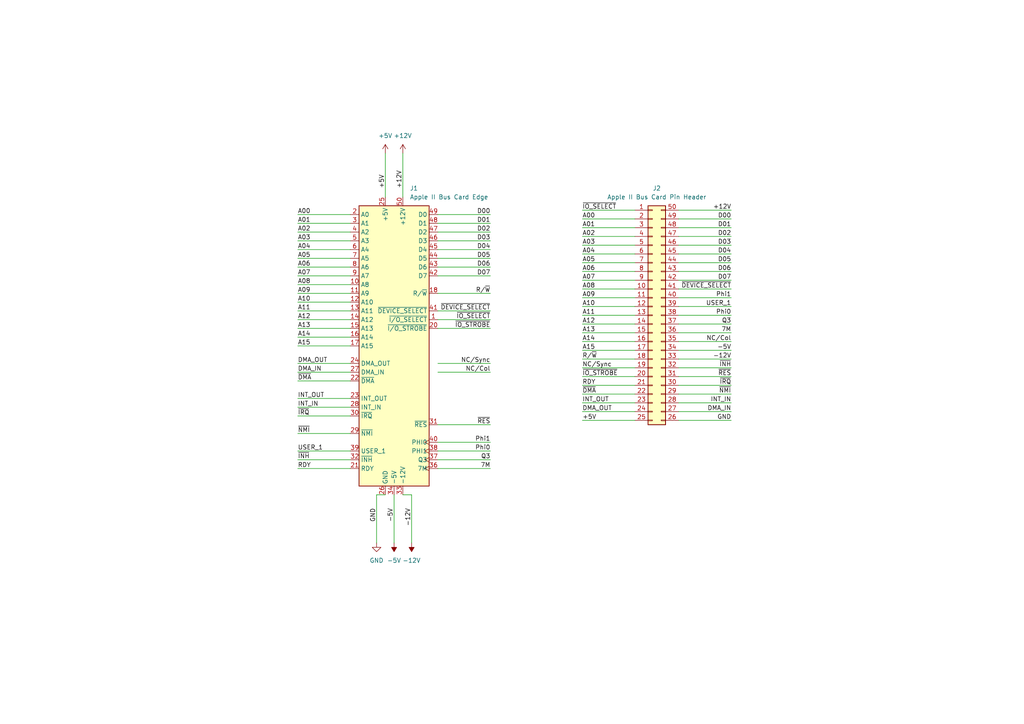
<source format=kicad_sch>
(kicad_sch (version 20211123) (generator eeschema)
  (paper "A4")
  (lib_symbols
    (symbol "Apple2:Bus_Apple_II_Card_Side"
      (property "Reference" "J" (at 7.62 41.91 0))
      (property "Value" "Bus_Apple_II_Card_Side" (at 15.24 -41.91 0))
      (symbol "Bus_Apple_II_Card_Side_0_1"
        (rectangle (start -10.16 40.64) (end 10.16 -40.64) (stroke (width 0.254)) (fill (type background)))
      )
      (symbol "Bus_Apple_II_Card_Side_1_1"
        (pin output line (at 12.7 7.62 180) (length 2.54) (name "~{I/O_SELECT}") (number "1"))
        (pin bidirectional line (at -12.7 17.78 0) (length 2.54) (name "A8") (number "10"))
        (pin bidirectional line (at -12.7 15.24 0) (length 2.54) (name "A9") (number "11"))
        (pin bidirectional line (at -12.7 12.7 0) (length 2.54) (name "A10") (number "12"))
        (pin bidirectional line (at -12.7 10.16 0) (length 2.54) (name "A11") (number "13"))
        (pin bidirectional line (at -12.7 7.62 0) (length 2.54) (name "A12") (number "14"))
        (pin bidirectional line (at -12.7 5.08 0) (length 2.54) (name "A13") (number "15"))
        (pin bidirectional line (at -12.7 2.54 0) (length 2.54) (name "A14") (number "16"))
        (pin bidirectional line (at -12.7 0 0) (length 2.54) (name "A15") (number "17"))
        (pin bidirectional line (at 12.7 15.24 180) (length 2.54) (name "R/~{W}") (number "18"))
        (pin passive line (at 12.7 -5.08 180) (length 2.54) hide (name "NC/Sync") (number "19"))
        (pin bidirectional line (at -12.7 38.1 0) (length 2.54) (name "A0") (number "2"))
        (pin output line (at 12.7 5.08 180) (length 2.54) (name "~{I/O_STROBE}") (number "20"))
        (pin input line (at -12.7 -35.56 0) (length 2.54) (name "RDY") (number "21"))
        (pin input line (at -12.7 -10.16 0) (length 2.54) (name "~{DMA}") (number "22"))
        (pin input line (at -12.7 -15.24 0) (length 2.54) (name "INT_OUT") (number "23"))
        (pin input line (at -12.7 -5.08 0) (length 2.54) (name "DMA_OUT") (number "24"))
        (pin power_out line (at -2.54 43.18 270) (length 2.54) (name "+5V") (number "25"))
        (pin power_in line (at -2.54 -43.18 90) (length 2.54) (name "GND") (number "26"))
        (pin output line (at -12.7 -7.62 0) (length 2.54) (name "DMA_IN") (number "27"))
        (pin output line (at -12.7 -17.78 0) (length 2.54) (name "INT_IN") (number "28"))
        (pin input line (at -12.7 -25.4 0) (length 2.54) (name "~{NMI}") (number "29"))
        (pin bidirectional line (at -12.7 35.56 0) (length 2.54) (name "A1") (number "3"))
        (pin input line (at -12.7 -20.32 0) (length 2.54) (name "~{IRQ}") (number "30"))
        (pin bidirectional line (at 12.7 -22.86 180) (length 2.54) (name "~{RES}") (number "31"))
        (pin input line (at -12.7 -33.02 0) (length 2.54) (name "~{INH}") (number "32"))
        (pin power_out line (at 2.54 -43.18 90) (length 2.54) (name "-12V") (number "33"))
        (pin power_out line (at 0 -43.18 90) (length 2.54) (name "-5V") (number "34"))
        (pin passive line (at 12.7 -7.62 180) (length 2.54) hide (name "NC/Col") (number "35"))
        (pin output clock (at 12.7 -35.56 180) (length 2.54) (name "7M") (number "36"))
        (pin output clock (at 12.7 -33.02 180) (length 2.54) (name "Q3") (number "37"))
        (pin output clock (at 12.7 -30.48 180) (length 2.54) (name "PHI1") (number "38"))
        (pin input line (at -12.7 -30.48 0) (length 2.54) (name "USER_1") (number "39"))
        (pin bidirectional line (at -12.7 33.02 0) (length 2.54) (name "A2") (number "4"))
        (pin output clock (at 12.7 -27.94 180) (length 2.54) (name "PHI0") (number "40"))
        (pin output line (at 12.7 10.16 180) (length 2.54) (name "~{DEVICE_SELECT}") (number "41"))
        (pin bidirectional line (at 12.7 20.32 180) (length 2.54) (name "D7") (number "42"))
        (pin bidirectional line (at 12.7 22.86 180) (length 2.54) (name "D6") (number "43"))
        (pin bidirectional line (at 12.7 25.4 180) (length 2.54) (name "D5") (number "44"))
        (pin bidirectional line (at 12.7 27.94 180) (length 2.54) (name "D4") (number "45"))
        (pin bidirectional line (at 12.7 30.48 180) (length 2.54) (name "D3") (number "46"))
        (pin bidirectional line (at 12.7 33.02 180) (length 2.54) (name "D2") (number "47"))
        (pin bidirectional line (at 12.7 35.56 180) (length 2.54) (name "D1") (number "48"))
        (pin bidirectional line (at 12.7 38.1 180) (length 2.54) (name "D0") (number "49"))
        (pin bidirectional line (at -12.7 30.48 0) (length 2.54) (name "A3") (number "5"))
        (pin power_out line (at 2.54 43.18 270) (length 2.54) (name "+12V") (number "50"))
        (pin bidirectional line (at -12.7 27.94 0) (length 2.54) (name "A4") (number "6"))
        (pin bidirectional line (at -12.7 25.4 0) (length 2.54) (name "A5") (number "7"))
        (pin bidirectional line (at -12.7 22.86 0) (length 2.54) (name "A6") (number "8"))
        (pin bidirectional line (at -12.7 20.32 0) (length 2.54) (name "A7") (number "9"))
      )
    )
    (symbol "Connector_Generic:Conn_02x25_Counter_Clockwise" (pin_names (offset 1.016) hide)
      (property "Reference" "J" (at 1.27 33.02 0))
      (property "Value" "Conn_02x25_Counter_Clockwise" (at 1.27 -33.02 0))
      (symbol "Conn_02x25_Counter_Clockwise_1_1"
        (rectangle (start -1.27 -30.353) (end 0 -30.607) (stroke (width 0.1524)))
        (rectangle (start -1.27 -27.813) (end 0 -28.067) (stroke (width 0.1524)))
        (rectangle (start -1.27 -25.273) (end 0 -25.527) (stroke (width 0.1524)))
        (rectangle (start -1.27 -22.733) (end 0 -22.987) (stroke (width 0.1524)))
        (rectangle (start -1.27 -20.193) (end 0 -20.447) (stroke (width 0.1524)))
        (rectangle (start -1.27 -17.653) (end 0 -17.907) (stroke (width 0.1524)))
        (rectangle (start -1.27 -15.113) (end 0 -15.367) (stroke (width 0.1524)))
        (rectangle (start -1.27 -12.573) (end 0 -12.827) (stroke (width 0.1524)))
        (rectangle (start -1.27 -10.033) (end 0 -10.287) (stroke (width 0.1524)))
        (rectangle (start -1.27 -7.493) (end 0 -7.747) (stroke (width 0.1524)))
        (rectangle (start -1.27 -4.953) (end 0 -5.207) (stroke (width 0.1524)))
        (rectangle (start -1.27 -2.413) (end 0 -2.667) (stroke (width 0.1524)))
        (rectangle (start -1.27 0.127) (end 0 -0.127) (stroke (width 0.1524)))
        (rectangle (start -1.27 2.667) (end 0 2.413) (stroke (width 0.1524)))
        (rectangle (start -1.27 5.207) (end 0 4.953) (stroke (width 0.1524)))
        (rectangle (start -1.27 7.747) (end 0 7.493) (stroke (width 0.1524)))
        (rectangle (start -1.27 10.287) (end 0 10.033) (stroke (width 0.1524)))
        (rectangle (start -1.27 12.827) (end 0 12.573) (stroke (width 0.1524)))
        (rectangle (start -1.27 15.367) (end 0 15.113) (stroke (width 0.1524)))
        (rectangle (start -1.27 17.907) (end 0 17.653) (stroke (width 0.1524)))
        (rectangle (start -1.27 20.447) (end 0 20.193) (stroke (width 0.1524)))
        (rectangle (start -1.27 22.987) (end 0 22.733) (stroke (width 0.1524)))
        (rectangle (start -1.27 25.527) (end 0 25.273) (stroke (width 0.1524)))
        (rectangle (start -1.27 28.067) (end 0 27.813) (stroke (width 0.1524)))
        (rectangle (start -1.27 30.607) (end 0 30.353) (stroke (width 0.1524)))
        (rectangle (start -1.27 31.75) (end 3.81 -31.75) (stroke (width 0.254)) (fill (type background)))
        (rectangle (start 3.81 -30.353) (end 2.54 -30.607) (stroke (width 0.1524)))
        (rectangle (start 3.81 -27.813) (end 2.54 -28.067) (stroke (width 0.1524)))
        (rectangle (start 3.81 -25.273) (end 2.54 -25.527) (stroke (width 0.1524)))
        (rectangle (start 3.81 -22.733) (end 2.54 -22.987) (stroke (width 0.1524)))
        (rectangle (start 3.81 -20.193) (end 2.54 -20.447) (stroke (width 0.1524)))
        (rectangle (start 3.81 -17.653) (end 2.54 -17.907) (stroke (width 0.1524)))
        (rectangle (start 3.81 -15.113) (end 2.54 -15.367) (stroke (width 0.1524)))
        (rectangle (start 3.81 -12.573) (end 2.54 -12.827) (stroke (width 0.1524)))
        (rectangle (start 3.81 -10.033) (end 2.54 -10.287) (stroke (width 0.1524)))
        (rectangle (start 3.81 -7.493) (end 2.54 -7.747) (stroke (width 0.1524)))
        (rectangle (start 3.81 -4.953) (end 2.54 -5.207) (stroke (width 0.1524)))
        (rectangle (start 3.81 -2.413) (end 2.54 -2.667) (stroke (width 0.1524)))
        (rectangle (start 3.81 0.127) (end 2.54 -0.127) (stroke (width 0.1524)))
        (rectangle (start 3.81 2.667) (end 2.54 2.413) (stroke (width 0.1524)))
        (rectangle (start 3.81 5.207) (end 2.54 4.953) (stroke (width 0.1524)))
        (rectangle (start 3.81 7.747) (end 2.54 7.493) (stroke (width 0.1524)))
        (rectangle (start 3.81 10.287) (end 2.54 10.033) (stroke (width 0.1524)))
        (rectangle (start 3.81 12.827) (end 2.54 12.573) (stroke (width 0.1524)))
        (rectangle (start 3.81 15.367) (end 2.54 15.113) (stroke (width 0.1524)))
        (rectangle (start 3.81 17.907) (end 2.54 17.653) (stroke (width 0.1524)))
        (rectangle (start 3.81 20.447) (end 2.54 20.193) (stroke (width 0.1524)))
        (rectangle (start 3.81 22.987) (end 2.54 22.733) (stroke (width 0.1524)))
        (rectangle (start 3.81 25.527) (end 2.54 25.273) (stroke (width 0.1524)))
        (rectangle (start 3.81 28.067) (end 2.54 27.813) (stroke (width 0.1524)))
        (rectangle (start 3.81 30.607) (end 2.54 30.353) (stroke (width 0.1524)))
        (pin passive line (at -5.08 30.48 0) (length 3.81) (name "Pin_1") (number "1"))
        (pin passive line (at -5.08 7.62 0) (length 3.81) (name "Pin_10") (number "10"))
        (pin passive line (at -5.08 5.08 0) (length 3.81) (name "Pin_11") (number "11"))
        (pin passive line (at -5.08 2.54 0) (length 3.81) (name "Pin_12") (number "12"))
        (pin passive line (at -5.08 0 0) (length 3.81) (name "Pin_13") (number "13"))
        (pin passive line (at -5.08 -2.54 0) (length 3.81) (name "Pin_14") (number "14"))
        (pin passive line (at -5.08 -5.08 0) (length 3.81) (name "Pin_15") (number "15"))
        (pin passive line (at -5.08 -7.62 0) (length 3.81) (name "Pin_16") (number "16"))
        (pin passive line (at -5.08 -10.16 0) (length 3.81) (name "Pin_17") (number "17"))
        (pin passive line (at -5.08 -12.7 0) (length 3.81) (name "Pin_18") (number "18"))
        (pin passive line (at -5.08 -15.24 0) (length 3.81) (name "Pin_19") (number "19"))
        (pin passive line (at -5.08 27.94 0) (length 3.81) (name "Pin_2") (number "2"))
        (pin passive line (at -5.08 -17.78 0) (length 3.81) (name "Pin_20") (number "20"))
        (pin passive line (at -5.08 -20.32 0) (length 3.81) (name "Pin_21") (number "21"))
        (pin passive line (at -5.08 -22.86 0) (length 3.81) (name "Pin_22") (number "22"))
        (pin passive line (at -5.08 -25.4 0) (length 3.81) (name "Pin_23") (number "23"))
        (pin passive line (at -5.08 -27.94 0) (length 3.81) (name "Pin_24") (number "24"))
        (pin passive line (at -5.08 -30.48 0) (length 3.81) (name "Pin_25") (number "25"))
        (pin passive line (at 7.62 -30.48 180) (length 3.81) (name "Pin_26") (number "26"))
        (pin passive line (at 7.62 -27.94 180) (length 3.81) (name "Pin_27") (number "27"))
        (pin passive line (at 7.62 -25.4 180) (length 3.81) (name "Pin_28") (number "28"))
        (pin passive line (at 7.62 -22.86 180) (length 3.81) (name "Pin_29") (number "29"))
        (pin passive line (at -5.08 25.4 0) (length 3.81) (name "Pin_3") (number "3"))
        (pin passive line (at 7.62 -20.32 180) (length 3.81) (name "Pin_30") (number "30"))
        (pin passive line (at 7.62 -17.78 180) (length 3.81) (name "Pin_31") (number "31"))
        (pin passive line (at 7.62 -15.24 180) (length 3.81) (name "Pin_32") (number "32"))
        (pin passive line (at 7.62 -12.7 180) (length 3.81) (name "Pin_33") (number "33"))
        (pin passive line (at 7.62 -10.16 180) (length 3.81) (name "Pin_34") (number "34"))
        (pin passive line (at 7.62 -7.62 180) (length 3.81) (name "Pin_35") (number "35"))
        (pin passive line (at 7.62 -5.08 180) (length 3.81) (name "Pin_36") (number "36"))
        (pin passive line (at 7.62 -2.54 180) (length 3.81) (name "Pin_37") (number "37"))
        (pin passive line (at 7.62 0 180) (length 3.81) (name "Pin_38") (number "38"))
        (pin passive line (at 7.62 2.54 180) (length 3.81) (name "Pin_39") (number "39"))
        (pin passive line (at -5.08 22.86 0) (length 3.81) (name "Pin_4") (number "4"))
        (pin passive line (at 7.62 5.08 180) (length 3.81) (name "Pin_40") (number "40"))
        (pin passive line (at 7.62 7.62 180) (length 3.81) (name "Pin_41") (number "41"))
        (pin passive line (at 7.62 10.16 180) (length 3.81) (name "Pin_42") (number "42"))
        (pin passive line (at 7.62 12.7 180) (length 3.81) (name "Pin_43") (number "43"))
        (pin passive line (at 7.62 15.24 180) (length 3.81) (name "Pin_44") (number "44"))
        (pin passive line (at 7.62 17.78 180) (length 3.81) (name "Pin_45") (number "45"))
        (pin passive line (at 7.62 20.32 180) (length 3.81) (name "Pin_46") (number "46"))
        (pin passive line (at 7.62 22.86 180) (length 3.81) (name "Pin_47") (number "47"))
        (pin passive line (at 7.62 25.4 180) (length 3.81) (name "Pin_48") (number "48"))
        (pin passive line (at 7.62 27.94 180) (length 3.81) (name "Pin_49") (number "49"))
        (pin passive line (at -5.08 20.32 0) (length 3.81) (name "Pin_5") (number "5"))
        (pin passive line (at 7.62 30.48 180) (length 3.81) (name "Pin_50") (number "50"))
        (pin passive line (at -5.08 17.78 0) (length 3.81) (name "Pin_6") (number "6"))
        (pin passive line (at -5.08 15.24 0) (length 3.81) (name "Pin_7") (number "7"))
        (pin passive line (at -5.08 12.7 0) (length 3.81) (name "Pin_8") (number "8"))
        (pin passive line (at -5.08 10.16 0) (length 3.81) (name "Pin_9") (number "9"))
      )
    )
    (symbol "power:+12V" (power) (pin_names (offset 0))
      (property "Value" "+12V" (at 0 3.556 0))
      (symbol "+12V_0_1"
        (polyline (pts (xy -0.762 1.27) (xy 0 2.54)))
        (polyline (pts (xy 0 0) (xy 0 2.54)))
        (polyline (pts (xy 0 2.54) (xy 0.762 1.27)))
      )
      (symbol "+12V_1_1"
        (pin power_in line (at 0 0 90) (length 0) hide (name "+12V") (number "1"))
      )
    )
    (symbol "power:+5V" (power) (pin_names (offset 0))
      (property "Value" "+5V" (at 0 3.556 0))
      (symbol "+5V_0_1"
        (polyline (pts (xy -0.762 1.27) (xy 0 2.54)))
        (polyline (pts (xy 0 0) (xy 0 2.54)))
        (polyline (pts (xy 0 2.54) (xy 0.762 1.27)))
      )
      (symbol "+5V_1_1"
        (pin power_in line (at 0 0 90) (length 0) hide (name "+5V") (number "1"))
      )
    )
    (symbol "power:-12V" (power) (pin_names (offset 0))
      (property "Value" "-12V" (at 0 3.81 0))
      (symbol "-12V_0_0"
        (pin power_in line (at 0 0 90) (length 0) hide (name "-12V") (number "1"))
      )
      (symbol "-12V_0_1"
        (polyline (pts (xy 0 0) (xy 0 1.27) (xy 0.762 1.27) (xy 0 2.54) (xy -0.762 1.27) (xy 0 1.27)) (fill (type outline)))
      )
    )
    (symbol "power:-5V" (power) (pin_names (offset 0))
      (property "Value" "-5V" (at 0 3.81 0))
      (symbol "-5V_0_0"
        (pin power_in line (at 0 0 90) (length 0) hide (name "-5V") (number "1"))
      )
      (symbol "-5V_0_1"
        (polyline (pts (xy 0 0) (xy 0 1.27) (xy 0.762 1.27) (xy 0 2.54) (xy -0.762 1.27) (xy 0 1.27)) (fill (type outline)))
      )
    )
    (symbol "power:GND" (power) (pin_names (offset 0))
      (property "Value" "GND" (at 0 -3.81 0))
      (symbol "GND_0_1"
        (polyline (pts (xy 0 0) (xy 0 -1.27) (xy 1.27 -1.27) (xy 0 -2.54) (xy -1.27 -1.27) (xy 0 -1.27)))
      )
      (symbol "GND_1_1"
        (pin power_in line (at 0 0 270) (length 0) hide (name "GND") (number "1"))
      )
    )
  )
  (wire (pts (xy 196.85 78.74) (xy 212.09 78.74)))
  (wire (pts (xy 196.85 68.58) (xy 212.09 68.58)))
  (wire (pts (xy 127 95.25) (xy 142.24 95.25)))
  (wire (pts (xy 168.91 93.98) (xy 184.15 93.98)))
  (wire (pts (xy 86.36 95.25) (xy 101.6 95.25)))
  (wire (pts (xy 127 77.47) (xy 142.24 77.47)))
  (wire (pts (xy 196.85 60.96) (xy 212.09 60.96)))
  (wire (pts (xy 116.84 143.51) (xy 119.38 143.51)))
  (wire (pts (xy 196.85 93.98) (xy 212.09 93.98)))
  (wire (pts (xy 127 67.31) (xy 142.24 67.31)))
  (wire (pts (xy 168.91 91.44) (xy 184.15 91.44)))
  (wire (pts (xy 196.85 76.2) (xy 212.09 76.2)))
  (wire (pts (xy 86.36 80.01) (xy 101.6 80.01)))
  (wire (pts (xy 196.85 106.68) (xy 212.09 106.68)))
  (wire (pts (xy 168.91 78.74) (xy 184.15 78.74)))
  (wire (pts (xy 86.36 77.47) (xy 101.6 77.47)))
  (wire (pts (xy 109.22 143.51) (xy 109.22 157.48)))
  (wire (pts (xy 111.76 44.45) (xy 111.76 57.15)))
  (wire (pts (xy 86.36 135.89) (xy 101.6 135.89)))
  (wire (pts (xy 119.38 143.51) (xy 119.38 157.48)))
  (wire (pts (xy 86.36 107.95) (xy 101.6 107.95)))
  (wire (pts (xy 196.85 99.06) (xy 212.09 99.06)))
  (wire (pts (xy 196.85 86.36) (xy 212.09 86.36)))
  (wire (pts (xy 114.3 143.51) (xy 114.3 157.48)))
  (wire (pts (xy 168.91 68.58) (xy 184.15 68.58)))
  (wire (pts (xy 196.85 63.5) (xy 212.09 63.5)))
  (wire (pts (xy 127 64.77) (xy 142.24 64.77)))
  (wire (pts (xy 196.85 119.38) (xy 212.09 119.38)))
  (wire (pts (xy 168.91 119.38) (xy 184.15 119.38)))
  (wire (pts (xy 86.36 62.23) (xy 101.6 62.23)))
  (wire (pts (xy 196.85 96.52) (xy 212.09 96.52)))
  (wire (pts (xy 86.36 118.11) (xy 101.6 118.11)))
  (wire (pts (xy 196.85 83.82) (xy 212.09 83.82)))
  (wire (pts (xy 168.91 60.96) (xy 184.15 60.96)))
  (wire (pts (xy 127 74.93) (xy 142.24 74.93)))
  (wire (pts (xy 196.85 101.6) (xy 212.09 101.6)))
  (wire (pts (xy 86.36 67.31) (xy 101.6 67.31)))
  (wire (pts (xy 127 80.01) (xy 142.24 80.01)))
  (wire (pts (xy 86.36 64.77) (xy 101.6 64.77)))
  (wire (pts (xy 168.91 81.28) (xy 184.15 81.28)))
  (wire (pts (xy 127 69.85) (xy 142.24 69.85)))
  (wire (pts (xy 168.91 71.12) (xy 184.15 71.12)))
  (wire (pts (xy 127 123.19) (xy 142.24 123.19)))
  (wire (pts (xy 86.36 125.73) (xy 101.6 125.73)))
  (wire (pts (xy 86.36 105.41) (xy 101.6 105.41)))
  (wire (pts (xy 86.36 97.79) (xy 101.6 97.79)))
  (wire (pts (xy 86.36 100.33) (xy 101.6 100.33)))
  (wire (pts (xy 86.36 130.81) (xy 101.6 130.81)))
  (wire (pts (xy 86.36 85.09) (xy 101.6 85.09)))
  (wire (pts (xy 196.85 121.92) (xy 212.09 121.92)))
  (wire (pts (xy 127 90.17) (xy 142.24 90.17)))
  (wire (pts (xy 196.85 111.76) (xy 212.09 111.76)))
  (wire (pts (xy 196.85 104.14) (xy 212.09 104.14)))
  (wire (pts (xy 127 105.41) (xy 142.24 105.41)))
  (wire (pts (xy 196.85 88.9) (xy 212.09 88.9)))
  (wire (pts (xy 86.36 110.49) (xy 101.6 110.49)))
  (wire (pts (xy 168.91 106.68) (xy 184.15 106.68)))
  (wire (pts (xy 168.91 116.84) (xy 184.15 116.84)))
  (wire (pts (xy 111.76 143.51) (xy 109.22 143.51)))
  (wire (pts (xy 127 135.89) (xy 142.24 135.89)))
  (wire (pts (xy 127 107.95) (xy 142.24 107.95)))
  (wire (pts (xy 196.85 114.3) (xy 212.09 114.3)))
  (wire (pts (xy 86.36 74.93) (xy 101.6 74.93)))
  (wire (pts (xy 196.85 116.84) (xy 212.09 116.84)))
  (wire (pts (xy 86.36 87.63) (xy 101.6 87.63)))
  (wire (pts (xy 86.36 82.55) (xy 101.6 82.55)))
  (wire (pts (xy 196.85 73.66) (xy 212.09 73.66)))
  (wire (pts (xy 168.91 99.06) (xy 184.15 99.06)))
  (wire (pts (xy 168.91 111.76) (xy 184.15 111.76)))
  (wire (pts (xy 116.84 44.45) (xy 116.84 57.15)))
  (wire (pts (xy 168.91 88.9) (xy 184.15 88.9)))
  (wire (pts (xy 86.36 92.71) (xy 101.6 92.71)))
  (wire (pts (xy 127 92.71) (xy 142.24 92.71)))
  (wire (pts (xy 168.91 121.92) (xy 184.15 121.92)))
  (wire (pts (xy 86.36 72.39) (xy 101.6 72.39)))
  (wire (pts (xy 86.36 69.85) (xy 101.6 69.85)))
  (wire (pts (xy 168.91 96.52) (xy 184.15 96.52)))
  (wire (pts (xy 168.91 86.36) (xy 184.15 86.36)))
  (wire (pts (xy 168.91 73.66) (xy 184.15 73.66)))
  (wire (pts (xy 168.91 66.04) (xy 184.15 66.04)))
  (wire (pts (xy 168.91 101.6) (xy 184.15 101.6)))
  (wire (pts (xy 127 85.09) (xy 142.24 85.09)))
  (wire (pts (xy 86.36 90.17) (xy 101.6 90.17)))
  (wire (pts (xy 168.91 63.5) (xy 184.15 63.5)))
  (wire (pts (xy 86.36 133.35) (xy 101.6 133.35)))
  (wire (pts (xy 168.91 104.14) (xy 184.15 104.14)))
  (wire (pts (xy 127 130.81) (xy 142.24 130.81)))
  (wire (pts (xy 168.91 83.82) (xy 184.15 83.82)))
  (wire (pts (xy 86.36 115.57) (xy 101.6 115.57)))
  (wire (pts (xy 196.85 91.44) (xy 212.09 91.44)))
  (wire (pts (xy 168.91 109.22) (xy 184.15 109.22)))
  (wire (pts (xy 196.85 109.22) (xy 212.09 109.22)))
  (wire (pts (xy 168.91 76.2) (xy 184.15 76.2)))
  (wire (pts (xy 196.85 71.12) (xy 212.09 71.12)))
  (wire (pts (xy 127 72.39) (xy 142.24 72.39)))
  (wire (pts (xy 127 62.23) (xy 142.24 62.23)))
  (wire (pts (xy 86.36 120.65) (xy 101.6 120.65)))
  (wire (pts (xy 168.91 114.3) (xy 184.15 114.3)))
  (wire (pts (xy 127 128.27) (xy 142.24 128.27)))
  (wire (pts (xy 196.85 81.28) (xy 212.09 81.28)))
  (wire (pts (xy 196.85 66.04) (xy 212.09 66.04)))
  (wire (pts (xy 127 133.35) (xy 142.24 133.35)))
  (label "GND" (at 109.22 147.32 270))
  (label "D05" (at 142.24 74.93 180))
  (label "A11" (at 168.91 91.44 0))
  (label "~{INH}" (at 212.09 106.68 180))
  (label "A06" (at 86.36 77.47 0))
  (label "Phi1" (at 142.24 128.27 180))
  (label "A08" (at 86.36 82.55 0))
  (label "INT_OUT" (at 168.91 116.84 0))
  (label "A02" (at 86.36 67.31 0))
  (label "A09" (at 168.91 86.36 0))
  (label "-5V" (at 212.09 101.6 180))
  (label "DMA_IN" (at 86.36 107.95 0))
  (label "~{RES}" (at 212.09 109.22 180))
  (label "D04" (at 142.24 72.39 180))
  (label "A06" (at 168.91 78.74 0))
  (label "R{slash}~{W}" (at 142.24 85.09 180))
  (label "A05" (at 86.36 74.93 0))
  (label "A15" (at 86.36 100.33 0))
  (label "~{IO_STROBE}" (at 142.24 95.25 180))
  (label "~{DEVICE_SELECT}" (at 212.09 83.82 180))
  (label "NC{slash}Col" (at 212.09 99.06 180))
  (label "RDY" (at 168.91 111.76 0))
  (label "D07" (at 142.24 80.01 180))
  (label "NC{slash}Sync" (at 168.91 106.68 0))
  (label "D00" (at 212.09 63.5 180))
  (label "NC{slash}Sync" (at 142.24 105.41 180))
  (label "+12V" (at 212.09 60.96 180))
  (label "DMA_OUT" (at 86.36 105.41 0))
  (label "-12V" (at 212.09 104.14 180))
  (label "A14" (at 168.91 99.06 0))
  (label "A07" (at 168.91 81.28 0))
  (label "D02" (at 142.24 67.31 180))
  (label "~{NMI}" (at 212.09 114.3 180))
  (label "R{slash}~{W}" (at 168.91 104.14 0))
  (label "USER_1" (at 212.09 88.9 180))
  (label "D01" (at 142.24 64.77 180))
  (label "A08" (at 168.91 83.82 0))
  (label "~{IO_STROBE}" (at 168.91 109.22 0))
  (label "GND" (at 212.09 121.92 180))
  (label "D00" (at 142.24 62.23 180))
  (label "D06" (at 142.24 77.47 180))
  (label "D03" (at 212.09 71.12 180))
  (label "A10" (at 168.91 88.9 0))
  (label "USER_1" (at 86.36 130.81 0))
  (label "7M" (at 212.09 96.52 180))
  (label "~{DMA}" (at 168.91 114.3 0))
  (label "+12V" (at 116.84 54.61 90))
  (label "A14" (at 86.36 97.79 0))
  (label "INT_OUT" (at 86.36 115.57 0))
  (label "+5V" (at 111.76 54.61 90))
  (label "~{DEVICE_SELECT}" (at 142.24 90.17 180))
  (label "-12V" (at 119.38 147.32 270))
  (label "A04" (at 86.36 72.39 0))
  (label "A02" (at 168.91 68.58 0))
  (label "~{IO_SELECT}" (at 142.24 92.71 180))
  (label "DMA_OUT" (at 168.91 119.38 0))
  (label "NC{slash}Col" (at 142.24 107.95 180))
  (label "D03" (at 142.24 69.85 180))
  (label "A11" (at 86.36 90.17 0))
  (label "A03" (at 86.36 69.85 0))
  (label "RDY" (at 86.36 135.89 0))
  (label "~{NMI}" (at 86.36 125.73 0))
  (label "A13" (at 86.36 95.25 0))
  (label "D05" (at 212.09 76.2 180))
  (label "D04" (at 212.09 73.66 180))
  (label "A01" (at 168.91 66.04 0))
  (label "~{DMA}" (at 86.36 110.49 0))
  (label "~{IRQ}" (at 212.09 111.76 180))
  (label "A00" (at 168.91 63.5 0))
  (label "D06" (at 212.09 78.74 180))
  (label "D01" (at 212.09 66.04 180))
  (label "D02" (at 212.09 68.58 180))
  (label "A15" (at 168.91 101.6 0))
  (label "-5V" (at 114.3 147.32 270))
  (label "A09" (at 86.36 85.09 0))
  (label "A13" (at 168.91 96.52 0))
  (label "A07" (at 86.36 80.01 0))
  (label "Phi0" (at 212.09 91.44 180))
  (label "7M" (at 142.24 135.89 180))
  (label "~{IRQ}" (at 86.36 120.65 0))
  (label "Phi0" (at 142.24 130.81 180))
  (label "A12" (at 86.36 92.71 0))
  (label "A12" (at 168.91 93.98 0))
  (label "Q3" (at 142.24 133.35 180))
  (label "A10" (at 86.36 87.63 0))
  (label "D07" (at 212.09 81.28 180))
  (label "+5V" (at 168.91 121.92 0))
  (label "A05" (at 168.91 76.2 0))
  (label "A01" (at 86.36 64.77 0))
  (label "Phi1" (at 212.09 86.36 180))
  (label "~{IO_SELECT}" (at 168.91 60.96 0))
  (label "Q3" (at 212.09 93.98 180))
  (label "~{RES}" (at 142.24 123.19 180))
  (label "A04" (at 168.91 73.66 0))
  (label "~{INH}" (at 86.36 133.35 0))
  (label "A00" (at 86.36 62.23 0))
  (label "DMA_IN" (at 212.09 119.38 180))
  (label "INT_IN" (at 86.36 118.11 0))
  (label "INT_IN" (at 212.09 116.84 180))
  (label "A03" (at 168.91 71.12 0))
  (symbol (lib_id "power:+12V") (at 116.84 44.45 0) (unit 1)
    (property "Reference" "#PWR0102" (effects hide))
    (property "Value" "+12V" (at 116.84 39.37 0))
  )
  (symbol (lib_id "power:-12V") (at 119.38 157.48 180) (unit 1)
    (property "Reference" "#PWR0104" (effects hide))
    (property "Value" "-12V" (at 119.38 162.56 0))
  )
  (symbol (lib_id "power:-5V") (at 114.3 157.48 180) (unit 1)
    (property "Reference" "#PWR0103" (effects hide))
    (property "Value" "-5V" (at 114.3 162.56 0))
  )
  (symbol (lib_id "power:GND") (at 109.22 157.48 0) (unit 1)
    (property "Reference" "#PWR0105" (effects hide))
    (property "Value" "GND" (at 109.22 162.56 0))
  )
  (symbol (lib_id "power:+5V") (at 111.76 44.45 0) (unit 1)
    (property "Reference" "#PWR0101" (effects hide))
    (property "Value" "+5V" (at 111.76 39.37 0))
  )
  (symbol (lib_id "Apple2:Bus_Apple_II_Card_Side") (at 114.3 100.33 0) (unit 1)
    (property "Reference" "J1" (at 118.8594 54.61 0) (effects (justify left)))
    (property "Value" "Apple II Bus Card Edge" (at 118.8594 57.15 0) (effects (justify left)))
    (property "Footprint" "Apple2:Bus_Apple_II_Card" (effects hide))
    (property "Datasheet" "https://archive.org/details/Apple_II_Mini_Manual/page/n37/mode/2up" (effects hide))
  )
  (symbol (lib_id "Connector_Generic:Conn_02x25_Counter_Clockwise") (at 189.23 91.44 0) (unit 1)
    (property "Reference" "J2" (at 190.5 54.61 0))
    (property "Value" "Apple II Bus Card Pin Header" (at 190.5 57.15 0))
    (property "Footprint" "Apple2:PinHeader_2x25_P2.54mm_Vertical" (effects hide))
  )
)
</source>
